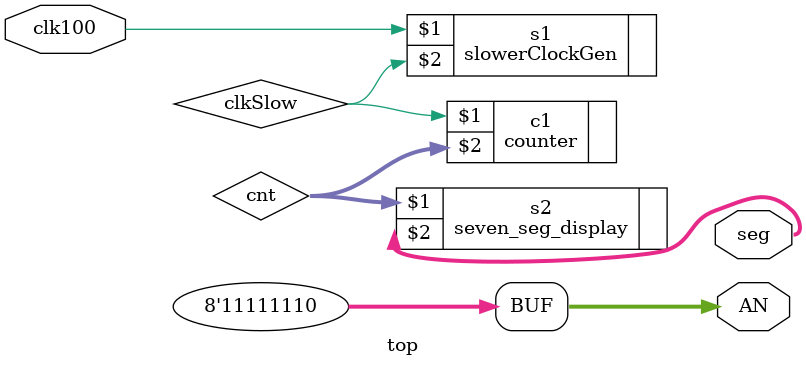
<source format=v>
`timescale 1ns / 1ps


module top(clk100, seg, AN);
    input   clk100;
    output  [6:0] seg;
    output  [7:0] AN;
   
    
    wire clkSlow;
    wire [3:0] cnt;
 
    assign AN[7:0] = 8'b1111_1110;
    
    //                          clk    , clkSlow)
    slowerClockGen      s1      (clk100, clkSlow);
    
    //                          (clk   , Q)
    counter             c1      (clkSlow, cnt);
    
    //                          (SW , seg)
    seven_seg_display   s2      (cnt, seg);
    

endmodule



</source>
